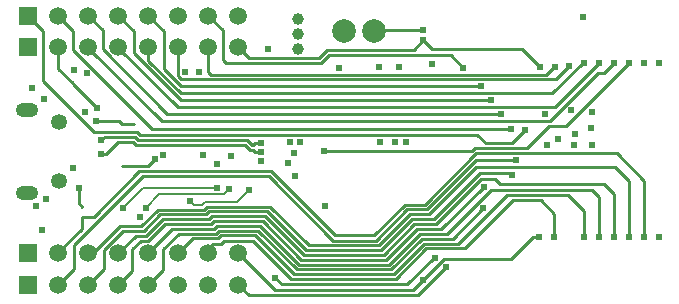
<source format=gbl>
G04 Layer: BottomLayer*
G04 EasyEDA Pro v2.1.42.467b0aa0, 2024-01-03 14:17:13*
G04 Gerber Generator version 0.3*
G04 Scale: 100 percent, Rotated: No, Reflected: No*
G04 Dimensions in millimeters*
G04 Leading zeros omitted, absolute positions, 3 integers and 5 decimals*
%FSLAX35Y35*%
%MOMM*%
%ADD10C,1.35001*%
%ADD11O,1.9X1.1999*%
%ADD12C,1.0*%
%ADD13C,2.0*%
%ADD14R,1.5X1.5*%
%ADD15C,1.5001*%
%ADD16C,1.5*%
%ADD17R,0.54X0.56566*%
%ADD18C,0.61*%
%ADD19C,0.254*%
%ADD20C,0.2032*%
G75*


G04 Pad Start*
G54D10*
G01X2928991Y1727518D03*
G01X2928991Y1227519D03*
G54D11*
G01X2659009Y1127506D03*
G01X2659017Y1827530D03*
G54D12*
G01X4947920Y2600960D03*
G01X4947920Y2473960D03*
G01X4947920Y2346960D03*
G54D13*
G01X5339080Y2499360D03*
G01X5593080Y2499360D03*
G54D14*
G01X2667000Y2357120D03*
G54D16*
G01X2921000Y2357120D03*
G01X3175000Y2357120D03*
G01X3429000Y2357120D03*
G01X3683000Y2357120D03*
G01X3937000Y2357120D03*
G01X4191000Y2357120D03*
G01X4445000Y2357120D03*
G54D14*
G01X2667000Y2626360D03*
G54D16*
G01X2921000Y2626360D03*
G01X3175000Y2626360D03*
G01X3429000Y2626360D03*
G01X3683000Y2626360D03*
G01X3937000Y2626360D03*
G01X4191000Y2626360D03*
G01X4445000Y2626360D03*
G54D14*
G01X2667000Y614680D03*
G54D16*
G01X2921000Y614680D03*
G01X3175000Y614680D03*
G01X3429000Y614680D03*
G01X3683000Y614680D03*
G01X3937000Y614680D03*
G01X4191000Y614680D03*
G01X4445000Y614680D03*
G54D14*
G01X2667000Y345440D03*
G54D16*
G01X2921000Y345440D03*
G01X3175000Y345440D03*
G01X3429000Y345440D03*
G01X3683000Y345440D03*
G01X3937000Y345440D03*
G01X4191000Y345440D03*
G01X4445000Y345440D03*
G54D17*
G01X6012180Y2415438D03*
G01X6012180Y2502002D03*
G04 Pad End*

G04 Via Start*
G54D18*
G01X7499172Y2226132D03*
G01X7626172Y2226132D03*
G01X7753172Y2226132D03*
G01X7880172Y2226132D03*
G01X8007172Y2226132D03*
G01X6991172Y750748D03*
G01X7118172Y750748D03*
G01X7372172Y750748D03*
G01X7499172Y750748D03*
G01X7626172Y750748D03*
G01X7753172Y750748D03*
G01X7880172Y750748D03*
G01X8007172Y750748D03*
G01X7372172Y2226132D03*
G01X7245350Y2202180D03*
G01X7123430Y2192020D03*
G01X6995160Y2194560D03*
G01X6498590Y2028190D03*
G01X6587490Y1911350D03*
G01X6672580Y1790700D03*
G01X6756400Y1663700D03*
G01X6347460Y2185670D03*
G01X6871970Y1656080D03*
G01X6107430Y576580D03*
G01X6517640Y994410D03*
G01X6758940Y1277620D03*
G01X6799580Y1400810D03*
G01X6529070Y1176020D03*
G01X6206490Y501650D03*
G01X5166360Y1478280D03*
G01X6005093Y385343D03*
G01X4366260Y1154430D03*
G01X3469640Y1000760D03*
G01X3662680Y1000760D03*
G01X4268470Y1168400D03*
G01X4038600Y1056640D03*
G01X4536440Y1148080D03*
G01X3281680Y1569720D03*
G01X3281680Y1452880D03*
G01X4634230Y1550670D03*
G01X4632960Y1473200D03*
G01X3246120Y1847850D03*
G01X3741420Y1414780D03*
G01X4758690Y406400D03*
G01X4700270Y2346960D03*
G01X3806190Y1446530D03*
G01X3149600Y1812290D03*
G01X3092450Y1163320D03*
G01X3042920Y1339850D03*
G01X4884420Y1557020D03*
G01X4864100Y1375410D03*
G01X3613150Y918210D03*
G01X5181600Y1012190D03*
G01X5643880Y1558290D03*
G01X7288848Y1533279D03*
G01X7437010Y1533279D03*
G01X7428862Y1673268D03*
G01X7437010Y1813283D03*
G01X7292340Y1623060D03*
G01X7148858Y1583266D03*
G01X7058856Y1533279D03*
G01X7040880Y1790700D03*
G01X7263130Y1828800D03*
G01X4632960Y1396507D03*
G01X2700619Y2012102D03*
G01X3051810Y2164080D03*
G01X3162300Y2138680D03*
G01X4970780Y1557020D03*
G01X5806440Y2190750D03*
G01X5634990Y2192020D03*
G01X5298440Y2185670D03*
G01X2785110Y808990D03*
G01X2731770Y1014730D03*
G01X5773420Y1557020D03*
G01X5863830Y1557020D03*
G01X7363460Y2612390D03*
G01X6082030Y2212340D03*
G01X2801620Y1924050D03*
G01X3241040Y1736090D03*
G01X4926330Y1270000D03*
G01X4913630Y1464310D03*
G01X4109720Y2145030D03*
G01X2819400Y1075690D03*
G01X4147309Y1446086D03*
G01X4387091Y1436864D03*
G01X4267200Y1370770D03*
G01X3995420Y2145030D03*
G04 Via End*

G04 Track Start*
G54D19*
G01X4312920Y2504440D02*
G01X4191000Y2626360D01*
G01X2921000Y2357120D02*
G01X2921000Y2174240D01*
G01X3042920Y2052320D01*
G01X2794000Y2499360D02*
G01X2667000Y2626360D01*
G01X3048000Y2499360D02*
G01X2921000Y2626360D01*
G01X3296920Y2504440D02*
G01X3175000Y2626360D01*
G01X3561080Y2494280D02*
G01X3429000Y2626360D01*
G01X3815080Y2494280D02*
G01X3683000Y2626360D01*
G01X3815080Y2494280D02*
G01X3815080Y2170086D01*
G01X3053080Y477520D02*
G01X2921000Y345440D01*
G01X4191000Y614680D02*
G01X4191000Y655320D01*
G01X7879080Y1229360D02*
G01X7879080Y751840D01*
G01X7880172Y750748D01*
G01X7752080Y1224280D02*
G01X7635240Y1341120D01*
G01X7752080Y751840D02*
G01X7752080Y1224280D01*
G01X7753172Y750748D02*
G01X7752080Y751840D01*
G01X7371080Y975360D02*
G01X7371080Y751840D01*
G01X7372172Y750748D01*
G01X3307080Y477520D02*
G01X3175000Y345440D01*
G01X6659880Y1198880D02*
G01X7538720Y1198880D01*
G01X7625080Y1112520D01*
G01Y751840D01*
G01X7626172Y750748D01*
G01X7239000Y1107440D02*
G01X7371080Y975360D01*
G01X7498080Y1087120D02*
G01X7437120Y1148080D01*
G01X7498080Y751840D02*
G01X7498080Y1087120D01*
G01X7499172Y750748D02*
G01X7498080Y751840D01*
G01X6206490Y501650D02*
G01X5963412Y258572D01*
G01X4531868D01*
G01X4445000Y345440D01*
G01X4191000Y655320D02*
G01X4231640Y695960D01*
G01X4296086D01*
G01X5775960Y396240D02*
G01X6035040Y655320D01*
G01X4892040Y396240D02*
G01X5775960Y396240D01*
G01X6018206Y695960D02*
G01X6013820Y689980D01*
G01X5759126Y436880D02*
G01X6018206Y695960D01*
G01X6013820Y689980D02*
G01X6019800Y695960D01*
G01X4912360Y436880D02*
G01X5759126Y436880D01*
G01X5740400Y477520D02*
G01X4937760Y477520D01*
G01X3810000Y650240D02*
G01X3810000Y472440D01*
G01X3683000Y345440D01*
G01X5999480Y736600D02*
G01X5740400Y477520D01*
G01X5720080Y518160D02*
G01X4958080Y518160D01*
G01X5979160Y777240D02*
G01X5720080Y518160D01*
G01X3692135Y628895D02*
G01X3683000Y628895D01*
G01Y614680D01*
G01X6529070Y1176020D02*
G01X6522300Y1176020D01*
G01X6164160Y817880D01*
G01X5953760D01*
G01X5694680Y558800D01*
G01X4978400D01*
G01X3545840Y462280D02*
G01X3429000Y345440D01*
G01X3545840Y649876D02*
G01X3545840Y462280D01*
G01X3617324Y721360D02*
G01X3545840Y649876D01*
G01X3683000Y721360D02*
G01X3617324Y721360D01*
G01X5674360Y599440D02*
G01X5933440Y858520D01*
G01X4998720Y599440D02*
G01X5674360Y599440D01*
G01X5933440Y858520D02*
G01X6114953Y858520D01*
G01X3576320Y762000D02*
G01X3662680Y762000D01*
G01X3429000Y614680D02*
G01X3576320Y762000D01*
G01X6101080Y904240D02*
G01X5918200Y904240D01*
G01X5654040Y640080D02*
G01X5019040Y640080D01*
G01X3642360Y802640D02*
G01X3465722Y802640D01*
G01X3307080Y643998D01*
G01Y477520D01*
G01X5918200Y904240D02*
G01X5654040Y640080D01*
G01X6456680Y1341120D02*
G01X6060440Y944880D01*
G01X5897880D01*
G01X5633720Y680720D02*
G01X5039360Y680720D01*
G01X3215640Y614680D02*
G01X3175000Y614680D01*
G01X7635240Y1341120D02*
G01X6456680Y1341120D01*
G01X5897880Y944880D02*
G01X5633720Y680720D01*
G01X3622040Y843280D02*
G01X3444240Y843280D01*
G01X3215640Y614680D01*
G01X6799580Y1400810D02*
G01X6458896Y1400810D01*
G01X4312920Y2253780D02*
G01X4312920Y2504440D01*
G01X4338320Y2228380D02*
G01X4312920Y2253780D01*
G01X6498590Y2028190D02*
G01X3956976Y2028190D01*
G01X3815080Y2170086D01*
G01X3683000Y2244693D02*
G01X3683000Y2357120D01*
G01X3561080Y2309139D02*
G01X3561080Y2494280D01*
G01X6043606Y985520D02*
G01X5872480Y985520D01*
G01X5608320Y721360D01*
G01X6458896Y1400810D02*
G01X6043606Y985520D01*
G01X3296920Y2343621D02*
G01X3296920Y2504440D01*
G01X3048000Y2338541D02*
G01X3048000Y2499360D01*
G01X5593080Y767080D02*
G01X5852160Y1026160D01*
G01X6026773D01*
G01X6753880Y566440D02*
G01X6938188Y750748D01*
G01X6991172D01*
G01X7117080Y751840D02*
G01X7118172Y750748D01*
G01X7117080Y949960D02*
G01X7117080Y751840D01*
G01X7005320Y1061720D02*
G01X7117080Y949960D01*
G01X7753172Y2226132D02*
G01X7218680Y1691640D01*
G01X7076440D01*
G01X5924550Y304800D02*
G01X4754880Y304800D01*
G01X4445000Y614680D01*
G01X6186190Y566440D02*
G01X6753880Y566440D01*
G01X6005093Y385343D02*
G01X5924550Y304800D01*
G01X6005093Y385343D02*
G01X6186190Y566440D01*
G01X5608320Y721360D02*
G01X5247640Y721360D01*
G01X3053080Y680720D02*
G01X3053080Y477520D01*
G01X3937000Y614680D02*
G01X4062432Y740112D01*
G01X4275792D01*
G54D20*
G01X4268470Y1168400D02*
G01X3637280Y1168400D01*
G01X3469640Y1000760D01*
G54D19*
G01X3246120Y1847850D02*
G01X3042920Y2051050D01*
G01Y2052320D01*
G01X2921000Y614680D02*
G01X2921000Y621030D01*
G01X6517640Y994410D02*
G01X6259830Y736600D01*
G01X5999480D01*
G01X6583660Y1907520D02*
G01X3962699Y1907520D01*
G01X3561080Y2309139D01*
G01X7123430Y2192020D02*
G01X7114540Y2192020D01*
G01X7245350Y2202180D02*
G01X7245350Y2200910D01*
G01X6035040Y655320D02*
G01X6361430Y655320D01*
G01X6767830Y1061720D01*
G01X7005320D01*
G01X6019800Y695960D02*
G01X6305550Y695960D01*
G01X6717030Y1107440D01*
G01X7239000D01*
G01X7437120Y1148080D02*
G01X6584950Y1148080D01*
G01X6214110Y777240D01*
G01X5979160D01*
G01X6114953Y858520D02*
G01X6499763Y1243330D01*
G01X6615430D01*
G01X6659880Y1198880D01*
G01X6758940Y1277620D02*
G01X6743700Y1292860D01*
G01X6489700D01*
G01X6101080Y904240D01*
G01X6672580Y1790700D02*
G01X6666230Y1797050D01*
G01X3843491D01*
G01X3296920Y2343621D01*
G01X6026773Y1026160D02*
G01X6459863Y1459250D01*
G01X7649190D01*
G01X7879080Y1229360D01*
G01X3429000Y2353310D02*
G01X3933170Y1849140D01*
G01X7125990D01*
G01X7114540Y2192020D02*
G01X7049750Y2127230D01*
G01X4216400D01*
G01X4191000Y2152630D01*
G01Y2372360D01*
G01X7245350Y2200910D02*
G01X7131030Y2086590D01*
G01X3962400D01*
G01X4255472Y780752D02*
G01X3940512Y780752D01*
G01X3810000Y650240D01*
G01X4235152Y821392D02*
G01X3884632Y821392D01*
G01X3692135Y628895D01*
G01X4214832Y862032D02*
G01X3823672Y862032D01*
G01X3683000Y721360D01*
G01X3662680Y762000D02*
G01X3803352Y902672D01*
G01X4195241D01*
G01X4174192Y943312D02*
G01X3783032Y943312D01*
G01X3642360Y802640D01*
G01X4153872Y983952D02*
G01X3762712Y983952D01*
G01X3622040Y843280D01*
G54D20*
G01X4038600Y1056640D02*
G01X4073188Y1022052D01*
G01X4136092D01*
G54D19*
G01X5875040Y353080D02*
G01X4812010Y353080D01*
G01X5875040Y353080D02*
G01X6098540Y576580D01*
G01X6107430D01*
G01X5259394Y767080D02*
G01X5593080Y767080D01*
G01X3606470Y1306500D02*
G01X4719974Y1306500D01*
G01X5259394Y767080D01*
G01X5247640Y721360D02*
G01X4703140Y1265860D01*
G01X3638220D01*
G01X3053080Y680720D01*
G01X4812010Y353080D02*
G01X4758690Y406400D01*
G01X4296086Y695960D02*
G01X4321486Y721360D01*
G01X4566920D01*
G01X4892040Y396240D01*
G01X4275792Y740112D02*
G01X4301192Y765512D01*
G01X4583728D01*
G01X4912360Y436880D01*
G01X4937760Y477520D02*
G01X4609128Y806152D01*
G01X4280872D01*
G01X4255472Y780752D01*
G01X4958080Y518160D02*
G01X4629448Y846792D01*
G01X4260552D01*
G01X4235152Y821392D01*
G01X4978400Y558800D02*
G01X4649768Y887432D01*
G01X4240232D01*
G01X4214832Y862032D01*
G01X4195241Y902672D02*
G01X4220641Y928072D01*
G01X4670088D01*
G01X4998720Y599440D01*
G01X5019040Y640080D02*
G01X4690408Y968712D01*
G01X4199592D01*
G01X4174192Y943312D01*
G01X5039360Y680720D02*
G01X4710728Y1009352D01*
G01X4179272D01*
G01X4153872Y983952D01*
G54D20*
G01X4136092Y1022052D02*
G01X4161492Y1047452D01*
G01X4435812D01*
G01X4536440Y1148080D01*
G01X4366260Y1154430D02*
G01X4324370Y1112540D01*
G01X3774460D01*
G01X3662680Y1000760D01*
G54D19*
G01X7360742Y2226132D02*
G01X7372172Y2226132D01*
G01X7125990Y1849140D02*
G01X7499172Y2222322D01*
G01Y2226132D01*
G01X3175000Y2354580D02*
G01X3797300Y1732280D01*
G01X2794000Y2070100D02*
G01X2794000Y2499360D01*
G01X6756400Y1663700D02*
G01X6751320Y1668780D01*
G01X3717761D01*
G01X3048000Y2338541D01*
G01X6540500Y1544320D02*
G01X6760210Y1544320D01*
G01X6871970Y1656080D01*
G01X7076440Y1691640D02*
G01X6888480Y1503680D01*
G01X6446819D01*
G01X6421419Y1478280D01*
G01X5166360D01*
G01X3221990Y1642110D02*
G01X2794000Y2070100D01*
G01X3585210Y1642110D02*
G01X3221990Y1642110D01*
G01X3610610Y1616710D02*
G01X3585210Y1642110D01*
G01X6468110Y1616710D02*
G01X3610610Y1616710D01*
G01X6468110Y1616710D02*
G01X6540500Y1544320D01*
G01X4533100Y2269020D02*
G01X4445000Y2357120D01*
G01X5130125Y2269020D02*
G01X4533100Y2269020D01*
G01X5144590Y2228380D02*
G01X5149512Y2233302D01*
G01X5146959Y2228380D01*
G01X5209659Y2291080D01*
G01X6242050D01*
G01X5144590Y2228380D02*
G01X4338320Y2228380D01*
G01X6242050Y2291080D02*
G01X6347460Y2185670D01*
G01X3797300Y1732280D02*
G01X7084060Y1732280D01*
G01X7490460Y2138680D02*
G01X7084060Y1732280D01*
G01X7626172Y2226132D02*
G01X7538720Y2138680D01*
G01X7490460D01*
G01X3122930Y920648D02*
G01X3220618Y920648D01*
G01X3606470Y1306500D01*
G01X2921000Y621030D02*
G01X3122930Y822960D01*
G01Y920648D01*
G01X3092450Y1163320D02*
G01X3092450Y1037692D01*
G01X3122930Y1007212D01*
G01X3680231Y1353591D02*
G01X3741420Y1414780D01*
G01X3562820Y1709649D02*
G01X3462820Y1709649D01*
G01X3436379Y1736090D01*
G01X3241040D01*
G01X3459010Y1353591D02*
G01X3680231Y1353591D01*
G01X3281680Y1452880D02*
G01X3324880Y1452880D01*
G01X3429040Y1557040D01*
G01X3551741Y1557040D02*
G01X3575891Y1532890D01*
G01X4499484D01*
G01X4542029Y1490345D01*
G01X4572615D01*
G01X4589760Y1473200D01*
G01X4632960D01*
G01X3281680Y1569720D02*
G01X3312180Y1600220D01*
G01X3569626Y1600220D02*
G01X3593776Y1576070D01*
G01X4517370D01*
G01X4559915Y1533525D01*
G01X4572615D01*
G01X4589760Y1550670D01*
G01X4634230D01*
G01X3429040Y1557040D02*
G01X3551741Y1557040D01*
G01X3312180Y1600220D02*
G01X3569626Y1600220D01*
G01X6587490Y1911350D02*
G01X6583660Y1907520D01*
G01X3962400Y2086590D02*
G01X3937000Y2111990D01*
G01X7104380Y1969770D02*
G01X7360742Y2226132D01*
G01X3937000Y2111990D02*
G01X3937000Y2357120D01*
G01X3683000Y2244693D02*
G01X3957923Y1969770D01*
G01X7104380D01*
G01X5194095Y2332990D02*
G01X5130125Y2269020D01*
G01X6080760Y2346858D02*
G01X6842862Y2346858D01*
G01X6995160Y2194560D01*
G01X5194095Y2332990D02*
G01X5929732Y2332990D01*
G01X6012180Y2415438D01*
G01X6080760Y2346858D02*
G01X6012180Y2415438D01*
G01X6012180Y2502002D02*
G01X5595722Y2502002D01*
G01X5593080Y2499360D01*
G04 Track End*

M02*

</source>
